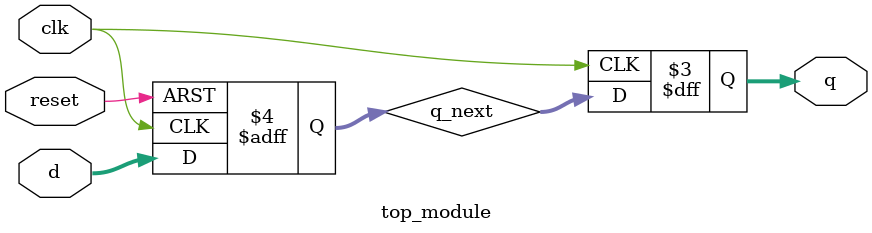
<source format=sv>
module top_module(
	input clk,
	input [7:0] d,
	input reset,
	output reg [7:0] q);

// Define internal signals
reg [7:0] q_next;

// Flip-flops with active high synchronous reset
always @(negedge clk or posedge reset) begin
	if(reset) 
		q_next <= 8'b00110100;
	else
		q_next <= d;
end

// Register output
always @(posedge clk) begin
	q <= q_next;
end

endmodule

</source>
